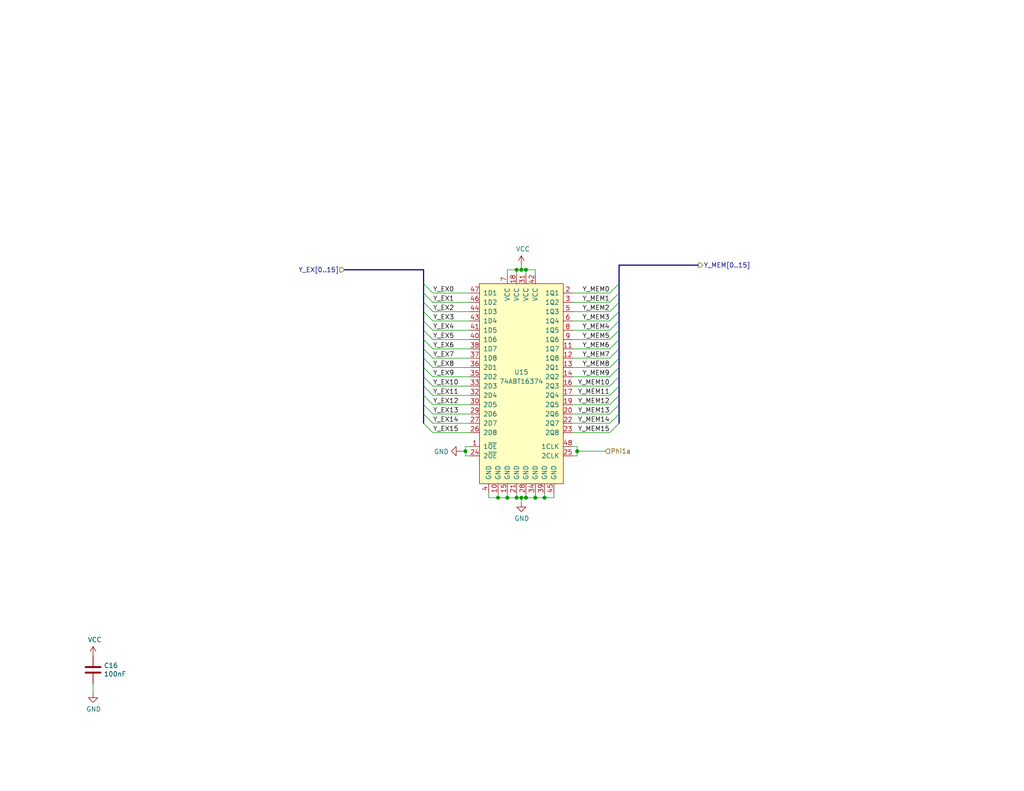
<source format=kicad_sch>
(kicad_sch (version 20211123) (generator eeschema)
  (paper "USLetter")
  (title_block (title "EX/MEM: ALUResult Register") (date "2022-04-13") (rev "A (7ac7a3cb)"))
  (lib_symbols
    (symbol "74xx (kicad5):74ABT16374" (pin_names (offset 1.016))
      (property "Reference" "U" (at 0 1.27 0))
      (property "Value" "74ABT16374" (at 0 -1.27 0))
      (symbol "74ABT16374_0_0"
        (pin input line (at -13.97 -20.32 0) (length 2.54) (name "1~{OE}") (number "1"))
        (pin power_in line (at -6.35 -33.02 90) (length 2.54) (name "GND") (number "10"))
        (pin tri_state line (at 13.97 6.35 180) (length 2.54) (name "1Q7") (number "11"))
        (pin tri_state line (at 13.97 3.81 180) (length 2.54) (name "1Q8") (number "12"))
        (pin tri_state line (at 13.97 1.27 180) (length 2.54) (name "2Q1") (number "13"))
        (pin tri_state line (at 13.97 -1.27 180) (length 2.54) (name "2Q2") (number "14"))
        (pin power_in line (at -3.81 -33.02 90) (length 2.54) (name "GND") (number "15"))
        (pin tri_state line (at 13.97 -3.81 180) (length 2.54) (name "2Q3") (number "16"))
        (pin tri_state line (at 13.97 -6.35 180) (length 2.54) (name "2Q4") (number "17"))
        (pin power_in line (at -1.27 26.67 270) (length 2.54) (name "VCC") (number "18"))
        (pin tri_state line (at 13.97 -8.89 180) (length 2.54) (name "2Q5") (number "19"))
        (pin tri_state line (at 13.97 21.59 180) (length 2.54) (name "1Q1") (number "2"))
        (pin tri_state line (at 13.97 -11.43 180) (length 2.54) (name "2Q6") (number "20"))
        (pin power_in line (at -1.27 -33.02 90) (length 2.54) (name "GND") (number "21"))
        (pin tri_state line (at 13.97 -13.97 180) (length 2.54) (name "2Q7") (number "22"))
        (pin tri_state line (at 13.97 -16.51 180) (length 2.54) (name "2Q8") (number "23"))
        (pin input line (at -13.97 -22.86 0) (length 2.54) (name "2~{OE}") (number "24"))
        (pin input line (at 13.97 -22.86 180) (length 2.54) (name "2CLK") (number "25"))
        (pin input line (at -13.97 -16.51 0) (length 2.54) (name "2D8") (number "26"))
        (pin input line (at -13.97 -13.97 0) (length 2.54) (name "2D7") (number "27"))
        (pin power_in line (at 1.27 -33.02 90) (length 2.54) (name "GND") (number "28"))
        (pin input line (at -13.97 -11.43 0) (length 2.54) (name "2D6") (number "29"))
        (pin tri_state line (at 13.97 19.05 180) (length 2.54) (name "1Q2") (number "3"))
        (pin input line (at -13.97 -8.89 0) (length 2.54) (name "2D5") (number "30"))
        (pin power_in line (at 1.27 26.67 270) (length 2.54) (name "VCC") (number "31"))
        (pin input line (at -13.97 -6.35 0) (length 2.54) (name "2D4") (number "32"))
        (pin input line (at -13.97 -3.81 0) (length 2.54) (name "2D3") (number "33"))
        (pin power_in line (at 3.81 -33.02 90) (length 2.54) (name "GND") (number "34"))
        (pin input line (at -13.97 -1.27 0) (length 2.54) (name "2D2") (number "35"))
        (pin input line (at -13.97 1.27 0) (length 2.54) (name "2D1") (number "36"))
        (pin input line (at -13.97 3.81 0) (length 2.54) (name "1D8") (number "37"))
        (pin input line (at -13.97 6.35 0) (length 2.54) (name "1D7") (number "38"))
        (pin power_in line (at 6.35 -33.02 90) (length 2.54) (name "GND") (number "39"))
        (pin power_in line (at -8.89 -33.02 90) (length 2.54) (name "GND") (number "4"))
        (pin input line (at -13.97 8.89 0) (length 2.54) (name "1D6") (number "40"))
        (pin input line (at -13.97 11.43 0) (length 2.54) (name "1D5") (number "41"))
        (pin power_in line (at 3.81 26.67 270) (length 2.54) (name "VCC") (number "42"))
        (pin input line (at -13.97 13.97 0) (length 2.54) (name "1D4") (number "43"))
        (pin input line (at -13.97 16.51 0) (length 2.54) (name "1D3") (number "44"))
        (pin power_in line (at 8.89 -33.02 90) (length 2.54) (name "GND") (number "45"))
        (pin input line (at -13.97 19.05 0) (length 2.54) (name "1D2") (number "46"))
        (pin input line (at -13.97 21.59 0) (length 2.54) (name "1D1") (number "47"))
        (pin input line (at 13.97 -20.32 180) (length 2.54) (name "1CLK") (number "48"))
        (pin tri_state line (at 13.97 16.51 180) (length 2.54) (name "1Q3") (number "5"))
        (pin tri_state line (at 13.97 13.97 180) (length 2.54) (name "1Q4") (number "6"))
        (pin power_in line (at -3.81 26.67 270) (length 2.54) (name "VCC") (number "7"))
        (pin tri_state line (at 13.97 11.43 180) (length 2.54) (name "1Q5") (number "8"))
        (pin tri_state line (at 13.97 8.89 180) (length 2.54) (name "1Q6") (number "9"))
      )
      (symbol "74ABT16374_0_1"
        (rectangle (start -11.43 24.13) (end 11.43 -30.48) (fill (type background)))
      )
    )
    (symbol "Device:C" (pin_numbers hide) (pin_names (offset 0.254))
      (property "Reference" "C" (at 0.635 2.54 0))
      (property "Value" "C" (at 0.635 -2.54 0))
      (symbol "C_0_1"
        (polyline (pts (xy -2.032 -0.762) (xy 2.032 -0.762)) (stroke (width 0.508)))
        (polyline (pts (xy -2.032 0.762) (xy 2.032 0.762)) (stroke (width 0.508)))
      )
      (symbol "C_1_1"
        (pin passive line (at 0 3.81 270) (length 2.794) (name "~") (number "1"))
        (pin passive line (at 0 -3.81 90) (length 2.794) (name "~") (number "2"))
      )
    )
    (symbol "power:GND" (power) (pin_names (offset 0))
      (property "Value" "GND" (at 0 -3.81 0))
      (symbol "GND_0_1"
        (polyline (pts (xy 0 0) (xy 0 -1.27) (xy 1.27 -1.27) (xy 0 -2.54) (xy -1.27 -1.27) (xy 0 -1.27)))
      )
      (symbol "GND_1_1"
        (pin power_in line (at 0 0 270) (length 0) hide (name "GND") (number "1"))
      )
    )
    (symbol "power:VCC" (power) (pin_names (offset 0))
      (property "Value" "VCC" (at 0 3.81 0))
      (symbol "VCC_0_1"
        (polyline (pts (xy -0.762 1.27) (xy 0 2.54)))
        (polyline (pts (xy 0 0) (xy 0 2.54)))
        (polyline (pts (xy 0 2.54) (xy 0.762 1.27)))
      )
      (symbol "VCC_1_1"
        (pin power_in line (at 0 0 90) (length 0) hide (name "VCC") (number "1"))
      )
    )
  )
  (junction (at 157.48 123.19))
  (junction (at 142.24 135.89))
  (junction (at 127 123.19))
  (junction (at 143.51 73.66))
  (junction (at 146.05 135.89))
  (junction (at 148.59 135.89))
  (junction (at 140.97 135.89))
  (junction (at 135.89 135.89))
  (junction (at 140.97 73.66))
  (junction (at 142.24 73.66))
  (junction (at 138.43 135.89))
  (junction (at 143.51 135.89))
  (bus_entry (at 115.57 87.63) (size 2.54 2.54))
  (bus_entry (at 168.91 87.63) (size -2.54 2.54))
  (bus_entry (at 168.91 113.03) (size -2.54 2.54))
  (bus_entry (at 115.57 82.55) (size 2.54 2.54))
  (bus_entry (at 168.91 92.71) (size -2.54 2.54))
  (bus_entry (at 115.57 90.17) (size 2.54 2.54))
  (bus_entry (at 115.57 92.71) (size 2.54 2.54))
  (bus_entry (at 168.91 77.47) (size -2.54 2.54))
  (bus_entry (at 168.91 110.49) (size -2.54 2.54))
  (bus_entry (at 115.57 77.47) (size 2.54 2.54))
  (bus_entry (at 115.57 110.49) (size 2.54 2.54))
  (bus_entry (at 168.91 85.09) (size -2.54 2.54))
  (bus_entry (at 115.57 102.87) (size 2.54 2.54))
  (bus_entry (at 115.57 97.79) (size 2.54 2.54))
  (bus_entry (at 168.91 80.01) (size -2.54 2.54))
  (bus_entry (at 168.91 115.57) (size -2.54 2.54))
  (bus_entry (at 168.91 105.41) (size -2.54 2.54))
  (bus_entry (at 115.57 105.41) (size 2.54 2.54))
  (bus_entry (at 168.91 90.17) (size -2.54 2.54))
  (bus_entry (at 115.57 113.03) (size 2.54 2.54))
  (bus_entry (at 115.57 100.33) (size 2.54 2.54))
  (bus_entry (at 115.57 95.25) (size 2.54 2.54))
  (bus_entry (at 168.91 102.87) (size -2.54 2.54))
  (bus_entry (at 115.57 80.01) (size 2.54 2.54))
  (bus_entry (at 168.91 100.33) (size -2.54 2.54))
  (bus_entry (at 168.91 107.95) (size -2.54 2.54))
  (bus_entry (at 168.91 82.55) (size -2.54 2.54))
  (bus_entry (at 115.57 107.95) (size 2.54 2.54))
  (bus_entry (at 168.91 97.79) (size -2.54 2.54))
  (bus_entry (at 115.57 115.57) (size 2.54 2.54))
  (bus_entry (at 115.57 85.09) (size 2.54 2.54))
  (bus_entry (at 168.91 95.25) (size -2.54 2.54))
  (wire (pts (xy 135.89 135.89) (xy 138.43 135.89)))
  (bus (pts (xy 168.91 85.09) (xy 168.91 87.63)))
  (bus (pts (xy 93.98 73.66) (xy 115.57 73.66)))
  (wire (pts (xy 166.37 100.33) (xy 156.21 100.33)))
  (wire (pts (xy 166.37 80.01) (xy 156.21 80.01)))
  (wire (pts (xy 143.51 73.66) (xy 146.05 73.66)))
  (bus (pts (xy 115.57 113.03) (xy 115.57 115.57)))
  (wire (pts (xy 146.05 73.66) (xy 146.05 74.93)))
  (wire (pts (xy 166.37 82.55) (xy 156.21 82.55)))
  (wire (pts (xy 166.37 115.57) (xy 156.21 115.57)))
  (bus (pts (xy 168.91 87.63) (xy 168.91 90.17)))
  (wire (pts (xy 138.43 73.66) (xy 140.97 73.66)))
  (wire (pts (xy 140.97 135.89) (xy 142.24 135.89)))
  (bus (pts (xy 115.57 97.79) (xy 115.57 100.33)))
  (bus (pts (xy 168.91 107.95) (xy 168.91 110.49)))
  (bus (pts (xy 115.57 107.95) (xy 115.57 110.49)))
  (bus (pts (xy 190.5 72.39) (xy 168.91 72.39)))
  (wire (pts (xy 118.11 118.11) (xy 128.27 118.11)))
  (wire (pts (xy 118.11 105.41) (xy 128.27 105.41)))
  (wire (pts (xy 118.11 115.57) (xy 128.27 115.57)))
  (wire (pts (xy 142.24 72.39) (xy 142.24 73.66)))
  (bus (pts (xy 168.91 110.49) (xy 168.91 113.03)))
  (wire (pts (xy 140.97 73.66) (xy 142.24 73.66)))
  (wire (pts (xy 148.59 135.89) (xy 151.13 135.89)))
  (wire (pts (xy 142.24 135.89) (xy 143.51 135.89)))
  (wire (pts (xy 133.35 135.89) (xy 135.89 135.89)))
  (wire (pts (xy 118.11 95.25) (xy 128.27 95.25)))
  (wire (pts (xy 135.89 134.62) (xy 135.89 135.89)))
  (bus (pts (xy 168.91 95.25) (xy 168.91 97.79)))
  (wire (pts (xy 157.48 123.19) (xy 157.48 124.46)))
  (wire (pts (xy 138.43 134.62) (xy 138.43 135.89)))
  (wire (pts (xy 166.37 102.87) (xy 156.21 102.87)))
  (wire (pts (xy 127 124.46) (xy 128.27 124.46)))
  (bus (pts (xy 168.91 72.39) (xy 168.91 77.47)))
  (wire (pts (xy 166.37 90.17) (xy 156.21 90.17)))
  (bus (pts (xy 168.91 100.33) (xy 168.91 102.87)))
  (bus (pts (xy 115.57 92.71) (xy 115.57 95.25)))
  (bus (pts (xy 115.57 102.87) (xy 115.57 105.41)))
  (wire (pts (xy 118.11 97.79) (xy 128.27 97.79)))
  (wire (pts (xy 157.48 124.46) (xy 156.21 124.46)))
  (wire (pts (xy 127 121.92) (xy 127 123.19)))
  (wire (pts (xy 118.11 90.17) (xy 128.27 90.17)))
  (wire (pts (xy 118.11 113.03) (xy 128.27 113.03)))
  (wire (pts (xy 166.37 107.95) (xy 156.21 107.95)))
  (wire (pts (xy 156.21 121.92) (xy 157.48 121.92)))
  (bus (pts (xy 115.57 90.17) (xy 115.57 92.71)))
  (bus (pts (xy 168.91 90.17) (xy 168.91 92.71)))
  (bus (pts (xy 115.57 100.33) (xy 115.57 102.87)))
  (wire (pts (xy 166.37 118.11) (xy 156.21 118.11)))
  (wire (pts (xy 25.4 189.23) (xy 25.4 186.69)))
  (wire (pts (xy 118.11 100.33) (xy 128.27 100.33)))
  (wire (pts (xy 157.48 121.92) (xy 157.48 123.19)))
  (wire (pts (xy 140.97 134.62) (xy 140.97 135.89)))
  (wire (pts (xy 166.37 92.71) (xy 156.21 92.71)))
  (wire (pts (xy 146.05 135.89) (xy 148.59 135.89)))
  (wire (pts (xy 127 123.19) (xy 127 124.46)))
  (bus (pts (xy 115.57 73.66) (xy 115.57 77.47)))
  (bus (pts (xy 115.57 80.01) (xy 115.57 82.55)))
  (bus (pts (xy 115.57 110.49) (xy 115.57 113.03)))
  (wire (pts (xy 166.37 105.41) (xy 156.21 105.41)))
  (wire (pts (xy 118.11 82.55) (xy 128.27 82.55)))
  (bus (pts (xy 168.91 113.03) (xy 168.91 115.57)))
  (wire (pts (xy 127 123.19) (xy 125.73 123.19)))
  (wire (pts (xy 133.35 134.62) (xy 133.35 135.89)))
  (wire (pts (xy 118.11 87.63) (xy 128.27 87.63)))
  (wire (pts (xy 157.48 123.19) (xy 165.1 123.19)))
  (wire (pts (xy 118.11 102.87) (xy 128.27 102.87)))
  (wire (pts (xy 140.97 74.93) (xy 140.97 73.66)))
  (wire (pts (xy 142.24 135.89) (xy 142.24 137.16)))
  (bus (pts (xy 115.57 95.25) (xy 115.57 97.79)))
  (wire (pts (xy 142.24 73.66) (xy 143.51 73.66)))
  (wire (pts (xy 166.37 95.25) (xy 156.21 95.25)))
  (wire (pts (xy 151.13 135.89) (xy 151.13 134.62)))
  (wire (pts (xy 118.11 107.95) (xy 128.27 107.95)))
  (wire (pts (xy 166.37 113.03) (xy 156.21 113.03)))
  (bus (pts (xy 115.57 87.63) (xy 115.57 90.17)))
  (bus (pts (xy 168.91 82.55) (xy 168.91 85.09)))
  (bus (pts (xy 115.57 82.55) (xy 115.57 85.09)))
  (wire (pts (xy 138.43 135.89) (xy 140.97 135.89)))
  (wire (pts (xy 146.05 134.62) (xy 146.05 135.89)))
  (wire (pts (xy 128.27 121.92) (xy 127 121.92)))
  (bus (pts (xy 168.91 92.71) (xy 168.91 95.25)))
  (bus (pts (xy 115.57 85.09) (xy 115.57 87.63)))
  (wire (pts (xy 143.51 134.62) (xy 143.51 135.89)))
  (bus (pts (xy 168.91 102.87) (xy 168.91 105.41)))
  (wire (pts (xy 166.37 97.79) (xy 156.21 97.79)))
  (wire (pts (xy 138.43 74.93) (xy 138.43 73.66)))
  (bus (pts (xy 115.57 77.47) (xy 115.57 80.01)))
  (bus (pts (xy 168.91 105.41) (xy 168.91 107.95)))
  (wire (pts (xy 118.11 85.09) (xy 128.27 85.09)))
  (bus (pts (xy 115.57 105.41) (xy 115.57 107.95)))
  (wire (pts (xy 143.51 74.93) (xy 143.51 73.66)))
  (wire (pts (xy 148.59 134.62) (xy 148.59 135.89)))
  (wire (pts (xy 143.51 135.89) (xy 146.05 135.89)))
  (bus (pts (xy 168.91 80.01) (xy 168.91 82.55)))
  (wire (pts (xy 118.11 110.49) (xy 128.27 110.49)))
  (wire (pts (xy 166.37 85.09) (xy 156.21 85.09)))
  (bus (pts (xy 168.91 77.47) (xy 168.91 80.01)))
  (wire (pts (xy 166.37 110.49) (xy 156.21 110.49)))
  (bus (pts (xy 168.91 97.79) (xy 168.91 100.33)))
  (wire (pts (xy 118.11 80.01) (xy 128.27 80.01)))
  (wire (pts (xy 166.37 87.63) (xy 156.21 87.63)))
  (wire (pts (xy 118.11 92.71) (xy 128.27 92.71)))
  (label "Y_MEM11" (at 166.37 107.95 180))
  (label "Y_EX1" (at 118.11 82.55 0))
  (label "Y_MEM1" (at 166.37 82.55 180))
  (label "Y_MEM9" (at 166.37 102.87 180))
  (label "Y_EX5" (at 118.11 92.71 0))
  (label "Y_MEM2" (at 166.37 85.09 180))
  (label "Y_MEM6" (at 166.37 95.25 180))
  (label "Y_EX14" (at 118.11 115.57 0))
  (label "Y_EX3" (at 118.11 87.63 0))
  (label "Y_MEM4" (at 166.37 90.17 180))
  (label "Y_EX8" (at 118.11 100.33 0))
  (label "Y_MEM8" (at 166.37 100.33 180))
  (label "Y_EX4" (at 118.11 90.17 0))
  (label "Y_EX0" (at 118.11 80.01 0))
  (label "Y_EX11" (at 118.11 107.95 0))
  (label "Y_EX7" (at 118.11 97.79 0))
  (label "Y_EX10" (at 118.11 105.41 0))
  (label "Y_EX9" (at 118.11 102.87 0))
  (label "Y_EX6" (at 118.11 95.25 0))
  (label "Y_MEM3" (at 166.37 87.63 180))
  (label "Y_EX13" (at 118.11 113.03 0))
  (label "Y_MEM10" (at 166.37 105.41 180))
  (label "Y_MEM7" (at 166.37 97.79 180))
  (label "Y_MEM15" (at 166.37 118.11 180))
  (label "Y_EX2" (at 118.11 85.09 0))
  (label "Y_MEM12" (at 166.37 110.49 180))
  (label "Y_EX12" (at 118.11 110.49 0))
  (label "Y_EX15" (at 118.11 118.11 0))
  (label "Y_MEM14" (at 166.37 115.57 180))
  (label "Y_MEM5" (at 166.37 92.71 180))
  (label "Y_MEM0" (at 166.37 80.01 180))
  (label "Y_MEM13" (at 166.37 113.03 180))
  (hierarchical_label "Phi1a" (shape input) (at 165.1 123.19 0))
  (hierarchical_label "Y_EX[0..15]" (shape input) (at 93.98 73.66 180))
  (hierarchical_label "Y_MEM[0..15]" (shape output) (at 190.5 72.39 0))
  (symbol (lib_id "Device:C") (at 25.4 182.88 0) (unit 1)
    (property "Reference" "C16" (at 28.321 181.7116 0) (effects (justify left)))
    (property "Value" "100nF" (at 28.321 184.023 0) (effects (justify left)))
    (property "Footprint" "Capacitor_SMD:C_0603_1608Metric_Pad1.08x0.95mm_HandSolder" (effects hide))
    (property "Mouser" "https://www.mouser.com/ProductDetail/963-EMK107B7104KAHT" (effects hide))
  )
  (symbol (lib_id "power:VCC") (at 25.4 179.07 0) (unit 1)
    (property "Reference" "#PWR081" (effects hide))
    (property "Value" "VCC" (at 25.8318 174.6758 0))
  )
  (symbol (lib_id "power:GND") (at 25.4 189.23 0) (unit 1)
    (property "Reference" "#PWR082" (effects hide))
    (property "Value" "GND" (at 25.527 193.6242 0))
  )
  (symbol (lib_id "power:GND") (at 125.73 123.19 270) (unit 1)
    (property "Reference" "#PWR083" (effects hide))
    (property "Value" "GND" (at 122.4788 123.317 90) (effects (justify right)))
  )
  (symbol (lib_id "power:VCC") (at 142.24 72.39 0) (unit 1)
    (property "Reference" "#PWR084" (effects hide))
    (property "Value" "VCC" (at 142.6718 67.9958 0))
  )
  (symbol (lib_id "power:GND") (at 142.24 137.16 0) (unit 1)
    (property "Reference" "#PWR085" (effects hide))
    (property "Value" "GND" (at 142.367 141.5542 0))
  )
  (symbol (lib_id "74xx (kicad5):74ABT16374") (at 142.24 101.6 0) (unit 1)
    (property "Reference" "U15" (at 142.24 101.6 0))
    (property "Value" "74ABT16374" (at 142.24 104.14 0))
    (property "Footprint" "Package_SO:TSSOP-48_6.1x12.5mm_P0.5mm" (effects hide))
    (property "Datasheet" "https://www.ti.com/lit/ds/symlink/sn74abt16374a.pdf?HQS=dis-mous-null-mousermode-dsf-pf-null-wwe&ts=1617318801237" (effects hide))
    (property "Mouser" "https://www.mouser.com/ProductDetail/Texas-Instruments/SN74ABT16374ADGGR?qs=%2Fha2pyFadui8Wf%2F61v2joCyY9bOa3peBR5btn0VUHs8%3D" (effects hide))
  )
)
</source>
